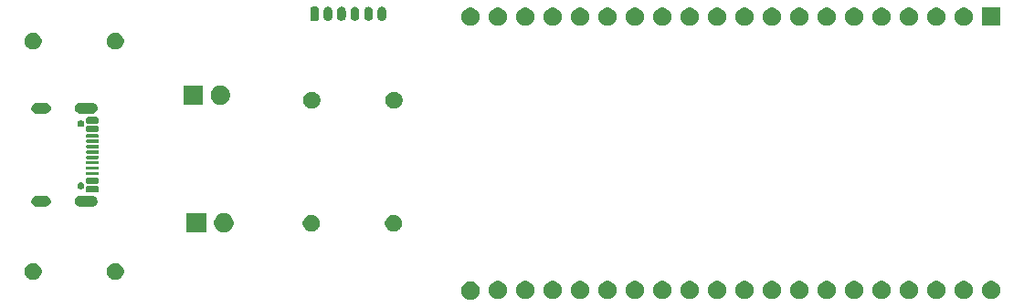
<source format=gbr>
%TF.GenerationSoftware,KiCad,Pcbnew,9.0.6-9.0.6~ubuntu24.04.1*%
%TF.CreationDate,2025-12-30T16:15:31+01:00*%
%TF.ProjectId,security-system,73656375-7269-4747-992d-73797374656d,0*%
%TF.SameCoordinates,Original*%
%TF.FileFunction,Soldermask,Top*%
%TF.FilePolarity,Negative*%
%FSLAX46Y46*%
G04 Gerber Fmt 4.6, Leading zero omitted, Abs format (unit mm)*
G04 Created by KiCad (PCBNEW 9.0.6-9.0.6~ubuntu24.04.1) date 2025-12-30 16:15:31*
%MOMM*%
%LPD*%
G01*
G04 APERTURE LIST*
G04 APERTURE END LIST*
G36*
X167916742Y-98436601D02*
G01*
X168070687Y-98500367D01*
X168209234Y-98592941D01*
X168327059Y-98710766D01*
X168419633Y-98849313D01*
X168483399Y-99003258D01*
X168515907Y-99166685D01*
X168515907Y-99333315D01*
X168483399Y-99496742D01*
X168419633Y-99650687D01*
X168327059Y-99789234D01*
X168209234Y-99907059D01*
X168070687Y-99999633D01*
X167916742Y-100063399D01*
X167753315Y-100095907D01*
X167586685Y-100095907D01*
X167423258Y-100063399D01*
X167269313Y-99999633D01*
X167130766Y-99907059D01*
X167012941Y-99789234D01*
X166920367Y-99650687D01*
X166856601Y-99496742D01*
X166824093Y-99333315D01*
X166824093Y-99166685D01*
X166856601Y-99003258D01*
X166920367Y-98849313D01*
X167012941Y-98710766D01*
X167130766Y-98592941D01*
X167269313Y-98500367D01*
X167423258Y-98436601D01*
X167586685Y-98404093D01*
X167753315Y-98404093D01*
X167916742Y-98436601D01*
G37*
G36*
X170456742Y-98386601D02*
G01*
X170610687Y-98450367D01*
X170749234Y-98542941D01*
X170867059Y-98660766D01*
X170959633Y-98799313D01*
X171023399Y-98953258D01*
X171055907Y-99116685D01*
X171055907Y-99283315D01*
X171023399Y-99446742D01*
X170959633Y-99600687D01*
X170867059Y-99739234D01*
X170749234Y-99857059D01*
X170610687Y-99949633D01*
X170456742Y-100013399D01*
X170293315Y-100045907D01*
X170126685Y-100045907D01*
X169963258Y-100013399D01*
X169809313Y-99949633D01*
X169670766Y-99857059D01*
X169552941Y-99739234D01*
X169460367Y-99600687D01*
X169396601Y-99446742D01*
X169364093Y-99283315D01*
X169364093Y-99116685D01*
X169396601Y-98953258D01*
X169460367Y-98799313D01*
X169552941Y-98660766D01*
X169670766Y-98542941D01*
X169809313Y-98450367D01*
X169963258Y-98386601D01*
X170126685Y-98354093D01*
X170293315Y-98354093D01*
X170456742Y-98386601D01*
G37*
G36*
X172996742Y-98386601D02*
G01*
X173150687Y-98450367D01*
X173289234Y-98542941D01*
X173407059Y-98660766D01*
X173499633Y-98799313D01*
X173563399Y-98953258D01*
X173595907Y-99116685D01*
X173595907Y-99283315D01*
X173563399Y-99446742D01*
X173499633Y-99600687D01*
X173407059Y-99739234D01*
X173289234Y-99857059D01*
X173150687Y-99949633D01*
X172996742Y-100013399D01*
X172833315Y-100045907D01*
X172666685Y-100045907D01*
X172503258Y-100013399D01*
X172349313Y-99949633D01*
X172210766Y-99857059D01*
X172092941Y-99739234D01*
X172000367Y-99600687D01*
X171936601Y-99446742D01*
X171904093Y-99283315D01*
X171904093Y-99116685D01*
X171936601Y-98953258D01*
X172000367Y-98799313D01*
X172092941Y-98660766D01*
X172210766Y-98542941D01*
X172349313Y-98450367D01*
X172503258Y-98386601D01*
X172666685Y-98354093D01*
X172833315Y-98354093D01*
X172996742Y-98386601D01*
G37*
G36*
X175536742Y-98386601D02*
G01*
X175690687Y-98450367D01*
X175829234Y-98542941D01*
X175947059Y-98660766D01*
X176039633Y-98799313D01*
X176103399Y-98953258D01*
X176135907Y-99116685D01*
X176135907Y-99283315D01*
X176103399Y-99446742D01*
X176039633Y-99600687D01*
X175947059Y-99739234D01*
X175829234Y-99857059D01*
X175690687Y-99949633D01*
X175536742Y-100013399D01*
X175373315Y-100045907D01*
X175206685Y-100045907D01*
X175043258Y-100013399D01*
X174889313Y-99949633D01*
X174750766Y-99857059D01*
X174632941Y-99739234D01*
X174540367Y-99600687D01*
X174476601Y-99446742D01*
X174444093Y-99283315D01*
X174444093Y-99116685D01*
X174476601Y-98953258D01*
X174540367Y-98799313D01*
X174632941Y-98660766D01*
X174750766Y-98542941D01*
X174889313Y-98450367D01*
X175043258Y-98386601D01*
X175206685Y-98354093D01*
X175373315Y-98354093D01*
X175536742Y-98386601D01*
G37*
G36*
X178076742Y-98386601D02*
G01*
X178230687Y-98450367D01*
X178369234Y-98542941D01*
X178487059Y-98660766D01*
X178579633Y-98799313D01*
X178643399Y-98953258D01*
X178675907Y-99116685D01*
X178675907Y-99283315D01*
X178643399Y-99446742D01*
X178579633Y-99600687D01*
X178487059Y-99739234D01*
X178369234Y-99857059D01*
X178230687Y-99949633D01*
X178076742Y-100013399D01*
X177913315Y-100045907D01*
X177746685Y-100045907D01*
X177583258Y-100013399D01*
X177429313Y-99949633D01*
X177290766Y-99857059D01*
X177172941Y-99739234D01*
X177080367Y-99600687D01*
X177016601Y-99446742D01*
X176984093Y-99283315D01*
X176984093Y-99116685D01*
X177016601Y-98953258D01*
X177080367Y-98799313D01*
X177172941Y-98660766D01*
X177290766Y-98542941D01*
X177429313Y-98450367D01*
X177583258Y-98386601D01*
X177746685Y-98354093D01*
X177913315Y-98354093D01*
X178076742Y-98386601D01*
G37*
G36*
X180616742Y-98386601D02*
G01*
X180770687Y-98450367D01*
X180909234Y-98542941D01*
X181027059Y-98660766D01*
X181119633Y-98799313D01*
X181183399Y-98953258D01*
X181215907Y-99116685D01*
X181215907Y-99283315D01*
X181183399Y-99446742D01*
X181119633Y-99600687D01*
X181027059Y-99739234D01*
X180909234Y-99857059D01*
X180770687Y-99949633D01*
X180616742Y-100013399D01*
X180453315Y-100045907D01*
X180286685Y-100045907D01*
X180123258Y-100013399D01*
X179969313Y-99949633D01*
X179830766Y-99857059D01*
X179712941Y-99739234D01*
X179620367Y-99600687D01*
X179556601Y-99446742D01*
X179524093Y-99283315D01*
X179524093Y-99116685D01*
X179556601Y-98953258D01*
X179620367Y-98799313D01*
X179712941Y-98660766D01*
X179830766Y-98542941D01*
X179969313Y-98450367D01*
X180123258Y-98386601D01*
X180286685Y-98354093D01*
X180453315Y-98354093D01*
X180616742Y-98386601D01*
G37*
G36*
X183156742Y-98386601D02*
G01*
X183310687Y-98450367D01*
X183449234Y-98542941D01*
X183567059Y-98660766D01*
X183659633Y-98799313D01*
X183723399Y-98953258D01*
X183755907Y-99116685D01*
X183755907Y-99283315D01*
X183723399Y-99446742D01*
X183659633Y-99600687D01*
X183567059Y-99739234D01*
X183449234Y-99857059D01*
X183310687Y-99949633D01*
X183156742Y-100013399D01*
X182993315Y-100045907D01*
X182826685Y-100045907D01*
X182663258Y-100013399D01*
X182509313Y-99949633D01*
X182370766Y-99857059D01*
X182252941Y-99739234D01*
X182160367Y-99600687D01*
X182096601Y-99446742D01*
X182064093Y-99283315D01*
X182064093Y-99116685D01*
X182096601Y-98953258D01*
X182160367Y-98799313D01*
X182252941Y-98660766D01*
X182370766Y-98542941D01*
X182509313Y-98450367D01*
X182663258Y-98386601D01*
X182826685Y-98354093D01*
X182993315Y-98354093D01*
X183156742Y-98386601D01*
G37*
G36*
X185696742Y-98386601D02*
G01*
X185850687Y-98450367D01*
X185989234Y-98542941D01*
X186107059Y-98660766D01*
X186199633Y-98799313D01*
X186263399Y-98953258D01*
X186295907Y-99116685D01*
X186295907Y-99283315D01*
X186263399Y-99446742D01*
X186199633Y-99600687D01*
X186107059Y-99739234D01*
X185989234Y-99857059D01*
X185850687Y-99949633D01*
X185696742Y-100013399D01*
X185533315Y-100045907D01*
X185366685Y-100045907D01*
X185203258Y-100013399D01*
X185049313Y-99949633D01*
X184910766Y-99857059D01*
X184792941Y-99739234D01*
X184700367Y-99600687D01*
X184636601Y-99446742D01*
X184604093Y-99283315D01*
X184604093Y-99116685D01*
X184636601Y-98953258D01*
X184700367Y-98799313D01*
X184792941Y-98660766D01*
X184910766Y-98542941D01*
X185049313Y-98450367D01*
X185203258Y-98386601D01*
X185366685Y-98354093D01*
X185533315Y-98354093D01*
X185696742Y-98386601D01*
G37*
G36*
X188236742Y-98386601D02*
G01*
X188390687Y-98450367D01*
X188529234Y-98542941D01*
X188647059Y-98660766D01*
X188739633Y-98799313D01*
X188803399Y-98953258D01*
X188835907Y-99116685D01*
X188835907Y-99283315D01*
X188803399Y-99446742D01*
X188739633Y-99600687D01*
X188647059Y-99739234D01*
X188529234Y-99857059D01*
X188390687Y-99949633D01*
X188236742Y-100013399D01*
X188073315Y-100045907D01*
X187906685Y-100045907D01*
X187743258Y-100013399D01*
X187589313Y-99949633D01*
X187450766Y-99857059D01*
X187332941Y-99739234D01*
X187240367Y-99600687D01*
X187176601Y-99446742D01*
X187144093Y-99283315D01*
X187144093Y-99116685D01*
X187176601Y-98953258D01*
X187240367Y-98799313D01*
X187332941Y-98660766D01*
X187450766Y-98542941D01*
X187589313Y-98450367D01*
X187743258Y-98386601D01*
X187906685Y-98354093D01*
X188073315Y-98354093D01*
X188236742Y-98386601D01*
G37*
G36*
X190776742Y-98386601D02*
G01*
X190930687Y-98450367D01*
X191069234Y-98542941D01*
X191187059Y-98660766D01*
X191279633Y-98799313D01*
X191343399Y-98953258D01*
X191375907Y-99116685D01*
X191375907Y-99283315D01*
X191343399Y-99446742D01*
X191279633Y-99600687D01*
X191187059Y-99739234D01*
X191069234Y-99857059D01*
X190930687Y-99949633D01*
X190776742Y-100013399D01*
X190613315Y-100045907D01*
X190446685Y-100045907D01*
X190283258Y-100013399D01*
X190129313Y-99949633D01*
X189990766Y-99857059D01*
X189872941Y-99739234D01*
X189780367Y-99600687D01*
X189716601Y-99446742D01*
X189684093Y-99283315D01*
X189684093Y-99116685D01*
X189716601Y-98953258D01*
X189780367Y-98799313D01*
X189872941Y-98660766D01*
X189990766Y-98542941D01*
X190129313Y-98450367D01*
X190283258Y-98386601D01*
X190446685Y-98354093D01*
X190613315Y-98354093D01*
X190776742Y-98386601D01*
G37*
G36*
X193316742Y-98386601D02*
G01*
X193470687Y-98450367D01*
X193609234Y-98542941D01*
X193727059Y-98660766D01*
X193819633Y-98799313D01*
X193883399Y-98953258D01*
X193915907Y-99116685D01*
X193915907Y-99283315D01*
X193883399Y-99446742D01*
X193819633Y-99600687D01*
X193727059Y-99739234D01*
X193609234Y-99857059D01*
X193470687Y-99949633D01*
X193316742Y-100013399D01*
X193153315Y-100045907D01*
X192986685Y-100045907D01*
X192823258Y-100013399D01*
X192669313Y-99949633D01*
X192530766Y-99857059D01*
X192412941Y-99739234D01*
X192320367Y-99600687D01*
X192256601Y-99446742D01*
X192224093Y-99283315D01*
X192224093Y-99116685D01*
X192256601Y-98953258D01*
X192320367Y-98799313D01*
X192412941Y-98660766D01*
X192530766Y-98542941D01*
X192669313Y-98450367D01*
X192823258Y-98386601D01*
X192986685Y-98354093D01*
X193153315Y-98354093D01*
X193316742Y-98386601D01*
G37*
G36*
X195856742Y-98386601D02*
G01*
X196010687Y-98450367D01*
X196149234Y-98542941D01*
X196267059Y-98660766D01*
X196359633Y-98799313D01*
X196423399Y-98953258D01*
X196455907Y-99116685D01*
X196455907Y-99283315D01*
X196423399Y-99446742D01*
X196359633Y-99600687D01*
X196267059Y-99739234D01*
X196149234Y-99857059D01*
X196010687Y-99949633D01*
X195856742Y-100013399D01*
X195693315Y-100045907D01*
X195526685Y-100045907D01*
X195363258Y-100013399D01*
X195209313Y-99949633D01*
X195070766Y-99857059D01*
X194952941Y-99739234D01*
X194860367Y-99600687D01*
X194796601Y-99446742D01*
X194764093Y-99283315D01*
X194764093Y-99116685D01*
X194796601Y-98953258D01*
X194860367Y-98799313D01*
X194952941Y-98660766D01*
X195070766Y-98542941D01*
X195209313Y-98450367D01*
X195363258Y-98386601D01*
X195526685Y-98354093D01*
X195693315Y-98354093D01*
X195856742Y-98386601D01*
G37*
G36*
X198396742Y-98386601D02*
G01*
X198550687Y-98450367D01*
X198689234Y-98542941D01*
X198807059Y-98660766D01*
X198899633Y-98799313D01*
X198963399Y-98953258D01*
X198995907Y-99116685D01*
X198995907Y-99283315D01*
X198963399Y-99446742D01*
X198899633Y-99600687D01*
X198807059Y-99739234D01*
X198689234Y-99857059D01*
X198550687Y-99949633D01*
X198396742Y-100013399D01*
X198233315Y-100045907D01*
X198066685Y-100045907D01*
X197903258Y-100013399D01*
X197749313Y-99949633D01*
X197610766Y-99857059D01*
X197492941Y-99739234D01*
X197400367Y-99600687D01*
X197336601Y-99446742D01*
X197304093Y-99283315D01*
X197304093Y-99116685D01*
X197336601Y-98953258D01*
X197400367Y-98799313D01*
X197492941Y-98660766D01*
X197610766Y-98542941D01*
X197749313Y-98450367D01*
X197903258Y-98386601D01*
X198066685Y-98354093D01*
X198233315Y-98354093D01*
X198396742Y-98386601D01*
G37*
G36*
X200936742Y-98386601D02*
G01*
X201090687Y-98450367D01*
X201229234Y-98542941D01*
X201347059Y-98660766D01*
X201439633Y-98799313D01*
X201503399Y-98953258D01*
X201535907Y-99116685D01*
X201535907Y-99283315D01*
X201503399Y-99446742D01*
X201439633Y-99600687D01*
X201347059Y-99739234D01*
X201229234Y-99857059D01*
X201090687Y-99949633D01*
X200936742Y-100013399D01*
X200773315Y-100045907D01*
X200606685Y-100045907D01*
X200443258Y-100013399D01*
X200289313Y-99949633D01*
X200150766Y-99857059D01*
X200032941Y-99739234D01*
X199940367Y-99600687D01*
X199876601Y-99446742D01*
X199844093Y-99283315D01*
X199844093Y-99116685D01*
X199876601Y-98953258D01*
X199940367Y-98799313D01*
X200032941Y-98660766D01*
X200150766Y-98542941D01*
X200289313Y-98450367D01*
X200443258Y-98386601D01*
X200606685Y-98354093D01*
X200773315Y-98354093D01*
X200936742Y-98386601D01*
G37*
G36*
X203476742Y-98386601D02*
G01*
X203630687Y-98450367D01*
X203769234Y-98542941D01*
X203887059Y-98660766D01*
X203979633Y-98799313D01*
X204043399Y-98953258D01*
X204075907Y-99116685D01*
X204075907Y-99283315D01*
X204043399Y-99446742D01*
X203979633Y-99600687D01*
X203887059Y-99739234D01*
X203769234Y-99857059D01*
X203630687Y-99949633D01*
X203476742Y-100013399D01*
X203313315Y-100045907D01*
X203146685Y-100045907D01*
X202983258Y-100013399D01*
X202829313Y-99949633D01*
X202690766Y-99857059D01*
X202572941Y-99739234D01*
X202480367Y-99600687D01*
X202416601Y-99446742D01*
X202384093Y-99283315D01*
X202384093Y-99116685D01*
X202416601Y-98953258D01*
X202480367Y-98799313D01*
X202572941Y-98660766D01*
X202690766Y-98542941D01*
X202829313Y-98450367D01*
X202983258Y-98386601D01*
X203146685Y-98354093D01*
X203313315Y-98354093D01*
X203476742Y-98386601D01*
G37*
G36*
X206016742Y-98386601D02*
G01*
X206170687Y-98450367D01*
X206309234Y-98542941D01*
X206427059Y-98660766D01*
X206519633Y-98799313D01*
X206583399Y-98953258D01*
X206615907Y-99116685D01*
X206615907Y-99283315D01*
X206583399Y-99446742D01*
X206519633Y-99600687D01*
X206427059Y-99739234D01*
X206309234Y-99857059D01*
X206170687Y-99949633D01*
X206016742Y-100013399D01*
X205853315Y-100045907D01*
X205686685Y-100045907D01*
X205523258Y-100013399D01*
X205369313Y-99949633D01*
X205230766Y-99857059D01*
X205112941Y-99739234D01*
X205020367Y-99600687D01*
X204956601Y-99446742D01*
X204924093Y-99283315D01*
X204924093Y-99116685D01*
X204956601Y-98953258D01*
X205020367Y-98799313D01*
X205112941Y-98660766D01*
X205230766Y-98542941D01*
X205369313Y-98450367D01*
X205523258Y-98386601D01*
X205686685Y-98354093D01*
X205853315Y-98354093D01*
X206016742Y-98386601D01*
G37*
G36*
X208556742Y-98386601D02*
G01*
X208710687Y-98450367D01*
X208849234Y-98542941D01*
X208967059Y-98660766D01*
X209059633Y-98799313D01*
X209123399Y-98953258D01*
X209155907Y-99116685D01*
X209155907Y-99283315D01*
X209123399Y-99446742D01*
X209059633Y-99600687D01*
X208967059Y-99739234D01*
X208849234Y-99857059D01*
X208710687Y-99949633D01*
X208556742Y-100013399D01*
X208393315Y-100045907D01*
X208226685Y-100045907D01*
X208063258Y-100013399D01*
X207909313Y-99949633D01*
X207770766Y-99857059D01*
X207652941Y-99739234D01*
X207560367Y-99600687D01*
X207496601Y-99446742D01*
X207464093Y-99283315D01*
X207464093Y-99116685D01*
X207496601Y-98953258D01*
X207560367Y-98799313D01*
X207652941Y-98660766D01*
X207770766Y-98542941D01*
X207909313Y-98450367D01*
X208063258Y-98386601D01*
X208226685Y-98354093D01*
X208393315Y-98354093D01*
X208556742Y-98386601D01*
G37*
G36*
X211096742Y-98386601D02*
G01*
X211250687Y-98450367D01*
X211389234Y-98542941D01*
X211507059Y-98660766D01*
X211599633Y-98799313D01*
X211663399Y-98953258D01*
X211695907Y-99116685D01*
X211695907Y-99283315D01*
X211663399Y-99446742D01*
X211599633Y-99600687D01*
X211507059Y-99739234D01*
X211389234Y-99857059D01*
X211250687Y-99949633D01*
X211096742Y-100013399D01*
X210933315Y-100045907D01*
X210766685Y-100045907D01*
X210603258Y-100013399D01*
X210449313Y-99949633D01*
X210310766Y-99857059D01*
X210192941Y-99739234D01*
X210100367Y-99600687D01*
X210036601Y-99446742D01*
X210004093Y-99283315D01*
X210004093Y-99116685D01*
X210036601Y-98953258D01*
X210100367Y-98799313D01*
X210192941Y-98660766D01*
X210310766Y-98542941D01*
X210449313Y-98450367D01*
X210603258Y-98386601D01*
X210766685Y-98354093D01*
X210933315Y-98354093D01*
X211096742Y-98386601D01*
G37*
G36*
X213636742Y-98386601D02*
G01*
X213790687Y-98450367D01*
X213929234Y-98542941D01*
X214047059Y-98660766D01*
X214139633Y-98799313D01*
X214203399Y-98953258D01*
X214235907Y-99116685D01*
X214235907Y-99283315D01*
X214203399Y-99446742D01*
X214139633Y-99600687D01*
X214047059Y-99739234D01*
X213929234Y-99857059D01*
X213790687Y-99949633D01*
X213636742Y-100013399D01*
X213473315Y-100045907D01*
X213306685Y-100045907D01*
X213143258Y-100013399D01*
X212989313Y-99949633D01*
X212850766Y-99857059D01*
X212732941Y-99739234D01*
X212640367Y-99600687D01*
X212576601Y-99446742D01*
X212544093Y-99283315D01*
X212544093Y-99116685D01*
X212576601Y-98953258D01*
X212640367Y-98799313D01*
X212732941Y-98660766D01*
X212850766Y-98542941D01*
X212989313Y-98450367D01*
X213143258Y-98386601D01*
X213306685Y-98354093D01*
X213473315Y-98354093D01*
X213636742Y-98386601D01*
G37*
G36*
X216176742Y-98386601D02*
G01*
X216330687Y-98450367D01*
X216469234Y-98542941D01*
X216587059Y-98660766D01*
X216679633Y-98799313D01*
X216743399Y-98953258D01*
X216775907Y-99116685D01*
X216775907Y-99283315D01*
X216743399Y-99446742D01*
X216679633Y-99600687D01*
X216587059Y-99739234D01*
X216469234Y-99857059D01*
X216330687Y-99949633D01*
X216176742Y-100013399D01*
X216013315Y-100045907D01*
X215846685Y-100045907D01*
X215683258Y-100013399D01*
X215529313Y-99949633D01*
X215390766Y-99857059D01*
X215272941Y-99739234D01*
X215180367Y-99600687D01*
X215116601Y-99446742D01*
X215084093Y-99283315D01*
X215084093Y-99116685D01*
X215116601Y-98953258D01*
X215180367Y-98799313D01*
X215272941Y-98660766D01*
X215390766Y-98542941D01*
X215529313Y-98450367D01*
X215683258Y-98386601D01*
X215846685Y-98354093D01*
X216013315Y-98354093D01*
X216176742Y-98386601D01*
G37*
G36*
X127362228Y-96704448D02*
G01*
X127507117Y-96764463D01*
X127637515Y-96851592D01*
X127748408Y-96962485D01*
X127835537Y-97092883D01*
X127895552Y-97237772D01*
X127926148Y-97391586D01*
X127926148Y-97548414D01*
X127895552Y-97702228D01*
X127835537Y-97847117D01*
X127748408Y-97977515D01*
X127637515Y-98088408D01*
X127507117Y-98175537D01*
X127362228Y-98235552D01*
X127208414Y-98266148D01*
X127051586Y-98266148D01*
X126897772Y-98235552D01*
X126752883Y-98175537D01*
X126622485Y-98088408D01*
X126511592Y-97977515D01*
X126424463Y-97847117D01*
X126364448Y-97702228D01*
X126333852Y-97548414D01*
X126333852Y-97391586D01*
X126364448Y-97237772D01*
X126424463Y-97092883D01*
X126511592Y-96962485D01*
X126622485Y-96851592D01*
X126752883Y-96764463D01*
X126897772Y-96704448D01*
X127051586Y-96673852D01*
X127208414Y-96673852D01*
X127362228Y-96704448D01*
G37*
G36*
X134982228Y-96704448D02*
G01*
X135127117Y-96764463D01*
X135257515Y-96851592D01*
X135368408Y-96962485D01*
X135455537Y-97092883D01*
X135515552Y-97237772D01*
X135546148Y-97391586D01*
X135546148Y-97548414D01*
X135515552Y-97702228D01*
X135455537Y-97847117D01*
X135368408Y-97977515D01*
X135257515Y-98088408D01*
X135127117Y-98175537D01*
X134982228Y-98235552D01*
X134828414Y-98266148D01*
X134671586Y-98266148D01*
X134517772Y-98235552D01*
X134372883Y-98175537D01*
X134242485Y-98088408D01*
X134131592Y-97977515D01*
X134044463Y-97847117D01*
X133984448Y-97702228D01*
X133953852Y-97548414D01*
X133953852Y-97391586D01*
X133984448Y-97237772D01*
X134044463Y-97092883D01*
X134131592Y-96962485D01*
X134242485Y-96851592D01*
X134372883Y-96764463D01*
X134517772Y-96704448D01*
X134671586Y-96673852D01*
X134828414Y-96673852D01*
X134982228Y-96704448D01*
G37*
G36*
X143175000Y-93850000D02*
G01*
X141375000Y-93850000D01*
X141375000Y-92050000D01*
X143175000Y-92050000D01*
X143175000Y-93850000D01*
G37*
G36*
X145076256Y-92088754D02*
G01*
X145239257Y-92156271D01*
X145385954Y-92254291D01*
X145510709Y-92379046D01*
X145608729Y-92525743D01*
X145676246Y-92688744D01*
X145710666Y-92861785D01*
X145710666Y-93038215D01*
X145676246Y-93211256D01*
X145608729Y-93374257D01*
X145510709Y-93520954D01*
X145385954Y-93645709D01*
X145239257Y-93743729D01*
X145076256Y-93811246D01*
X144903215Y-93845666D01*
X144726785Y-93845666D01*
X144553744Y-93811246D01*
X144390743Y-93743729D01*
X144244046Y-93645709D01*
X144119291Y-93520954D01*
X144021271Y-93374257D01*
X143953754Y-93211256D01*
X143919334Y-93038215D01*
X143919334Y-92861785D01*
X143953754Y-92688744D01*
X144021271Y-92525743D01*
X144119291Y-92379046D01*
X144244046Y-92254291D01*
X144390743Y-92156271D01*
X144553744Y-92088754D01*
X144726785Y-92054334D01*
X144903215Y-92054334D01*
X145076256Y-92088754D01*
G37*
G36*
X153162228Y-92224448D02*
G01*
X153307117Y-92284463D01*
X153437515Y-92371592D01*
X153548408Y-92482485D01*
X153635537Y-92612883D01*
X153695552Y-92757772D01*
X153726148Y-92911586D01*
X153726148Y-93068414D01*
X153695552Y-93222228D01*
X153635537Y-93367117D01*
X153548408Y-93497515D01*
X153437515Y-93608408D01*
X153307117Y-93695537D01*
X153162228Y-93755552D01*
X153008414Y-93786148D01*
X152851586Y-93786148D01*
X152697772Y-93755552D01*
X152552883Y-93695537D01*
X152422485Y-93608408D01*
X152311592Y-93497515D01*
X152224463Y-93367117D01*
X152164448Y-93222228D01*
X152133852Y-93068414D01*
X152133852Y-92911586D01*
X152164448Y-92757772D01*
X152224463Y-92612883D01*
X152311592Y-92482485D01*
X152422485Y-92371592D01*
X152552883Y-92284463D01*
X152697772Y-92224448D01*
X152851586Y-92193852D01*
X153008414Y-92193852D01*
X153162228Y-92224448D01*
G37*
G36*
X160782228Y-92224448D02*
G01*
X160927117Y-92284463D01*
X161057515Y-92371592D01*
X161168408Y-92482485D01*
X161255537Y-92612883D01*
X161315552Y-92757772D01*
X161346148Y-92911586D01*
X161346148Y-93068414D01*
X161315552Y-93222228D01*
X161255537Y-93367117D01*
X161168408Y-93497515D01*
X161057515Y-93608408D01*
X160927117Y-93695537D01*
X160782228Y-93755552D01*
X160628414Y-93786148D01*
X160471586Y-93786148D01*
X160317772Y-93755552D01*
X160172883Y-93695537D01*
X160042485Y-93608408D01*
X159931592Y-93497515D01*
X159844463Y-93367117D01*
X159784448Y-93222228D01*
X159753852Y-93068414D01*
X159753852Y-92911586D01*
X159784448Y-92757772D01*
X159844463Y-92612883D01*
X159931592Y-92482485D01*
X160042485Y-92371592D01*
X160172883Y-92284463D01*
X160317772Y-92224448D01*
X160471586Y-92193852D01*
X160628414Y-92193852D01*
X160782228Y-92224448D01*
G37*
G36*
X128390195Y-90451889D02*
G01*
X128472993Y-90474074D01*
X128587005Y-90539899D01*
X128680100Y-90632994D01*
X128745925Y-90747006D01*
X128745925Y-90747007D01*
X128780000Y-90874174D01*
X128780000Y-91005826D01*
X128745925Y-91132993D01*
X128680099Y-91247007D01*
X128587007Y-91340099D01*
X128472993Y-91405925D01*
X128345826Y-91440000D01*
X128345824Y-91440000D01*
X127414176Y-91440000D01*
X127414174Y-91440000D01*
X127329396Y-91417283D01*
X127287006Y-91405925D01*
X127172994Y-91340100D01*
X127079899Y-91247005D01*
X127014074Y-91132993D01*
X126991889Y-91050195D01*
X126980000Y-91005826D01*
X126980000Y-90874174D01*
X126985944Y-90851989D01*
X127014074Y-90747006D01*
X127079899Y-90632994D01*
X127172994Y-90539899D01*
X127287006Y-90474074D01*
X127376395Y-90450123D01*
X127414174Y-90440000D01*
X128345826Y-90440000D01*
X128390195Y-90451889D01*
G37*
G36*
X132720195Y-90451889D02*
G01*
X132802993Y-90474074D01*
X132917005Y-90539899D01*
X133010100Y-90632994D01*
X133075925Y-90747006D01*
X133075925Y-90747007D01*
X133110000Y-90874174D01*
X133110000Y-91005826D01*
X133075925Y-91132993D01*
X133010099Y-91247007D01*
X132917007Y-91340099D01*
X132802993Y-91405925D01*
X132675826Y-91440000D01*
X132675824Y-91440000D01*
X131444176Y-91440000D01*
X131444174Y-91440000D01*
X131359396Y-91417283D01*
X131317006Y-91405925D01*
X131202994Y-91340100D01*
X131109899Y-91247005D01*
X131044074Y-91132993D01*
X131021889Y-91050195D01*
X131010000Y-91005826D01*
X131010000Y-90874174D01*
X131015944Y-90851989D01*
X131044074Y-90747006D01*
X131109899Y-90632994D01*
X131202994Y-90539899D01*
X131317006Y-90474074D01*
X131406395Y-90450123D01*
X131444174Y-90440000D01*
X132675826Y-90440000D01*
X132720195Y-90451889D01*
G37*
G36*
X133118528Y-89528702D02*
G01*
X133168144Y-89561855D01*
X133201297Y-89611471D01*
X133210000Y-89655225D01*
X133210000Y-89984774D01*
X133201297Y-90028528D01*
X133168144Y-90078144D01*
X133118528Y-90111297D01*
X133074775Y-90120000D01*
X132195225Y-90120000D01*
X132151471Y-90111297D01*
X132101855Y-90078144D01*
X132068702Y-90028528D01*
X132060000Y-89984774D01*
X132060000Y-89655225D01*
X132068702Y-89611471D01*
X132101855Y-89561855D01*
X132151471Y-89528702D01*
X132195225Y-89520000D01*
X133074775Y-89520000D01*
X133118528Y-89528702D01*
G37*
G36*
X131627342Y-89191580D02*
G01*
X131685446Y-89207148D01*
X131759553Y-89249934D01*
X131820065Y-89310446D01*
X131862851Y-89384553D01*
X131877617Y-89439660D01*
X131885000Y-89467213D01*
X131885000Y-89552787D01*
X131870234Y-89607892D01*
X131862851Y-89635446D01*
X131820065Y-89709553D01*
X131759553Y-89770065D01*
X131685446Y-89812851D01*
X131657892Y-89820234D01*
X131602787Y-89835000D01*
X131602785Y-89835000D01*
X131517215Y-89835000D01*
X131517213Y-89835000D01*
X131475884Y-89823925D01*
X131434553Y-89812851D01*
X131360446Y-89770065D01*
X131299934Y-89709553D01*
X131257148Y-89635446D01*
X131237430Y-89561855D01*
X131235000Y-89552787D01*
X131235000Y-89467213D01*
X131238290Y-89454935D01*
X131257148Y-89384553D01*
X131299934Y-89310446D01*
X131360446Y-89249934D01*
X131434553Y-89207148D01*
X131495832Y-89190728D01*
X131517213Y-89185000D01*
X131602787Y-89185000D01*
X131627342Y-89191580D01*
G37*
G36*
X133118528Y-88728702D02*
G01*
X133168144Y-88761855D01*
X133201297Y-88811471D01*
X133210000Y-88855225D01*
X133210000Y-89184774D01*
X133201297Y-89228528D01*
X133168144Y-89278144D01*
X133118528Y-89311297D01*
X133074775Y-89320000D01*
X132195225Y-89320000D01*
X132151471Y-89311297D01*
X132101855Y-89278144D01*
X132068702Y-89228528D01*
X132060000Y-89184774D01*
X132060000Y-88855225D01*
X132068702Y-88811471D01*
X132101855Y-88761855D01*
X132151471Y-88728702D01*
X132195225Y-88720000D01*
X133074775Y-88720000D01*
X133118528Y-88728702D01*
G37*
G36*
X133164263Y-88224351D02*
G01*
X133179134Y-88234288D01*
X133189072Y-88240928D01*
X133199008Y-88255799D01*
X133205648Y-88265736D01*
X133210000Y-88287612D01*
X133210000Y-88452384D01*
X133210000Y-88452385D01*
X133205648Y-88474263D01*
X133189072Y-88499072D01*
X133164263Y-88515648D01*
X133142387Y-88520000D01*
X132127615Y-88520000D01*
X132127613Y-88520000D01*
X132105736Y-88515648D01*
X132095799Y-88509008D01*
X132080928Y-88499072D01*
X132074288Y-88489134D01*
X132064351Y-88474263D01*
X132060000Y-88452387D01*
X132060000Y-88287612D01*
X132064351Y-88265736D01*
X132080928Y-88240928D01*
X132105736Y-88224351D01*
X132127613Y-88220000D01*
X133142387Y-88220000D01*
X133164263Y-88224351D01*
G37*
G36*
X133164263Y-87724351D02*
G01*
X133179134Y-87734288D01*
X133189072Y-87740928D01*
X133199008Y-87755799D01*
X133205648Y-87765736D01*
X133210000Y-87787612D01*
X133210000Y-87952384D01*
X133210000Y-87952385D01*
X133205648Y-87974263D01*
X133189072Y-87999072D01*
X133164263Y-88015648D01*
X133142387Y-88020000D01*
X132127615Y-88020000D01*
X132127613Y-88020000D01*
X132105736Y-88015648D01*
X132095799Y-88009008D01*
X132080928Y-87999072D01*
X132074288Y-87989134D01*
X132064351Y-87974263D01*
X132060000Y-87952387D01*
X132060000Y-87787612D01*
X132064351Y-87765736D01*
X132080928Y-87740928D01*
X132105736Y-87724351D01*
X132127613Y-87720000D01*
X133142387Y-87720000D01*
X133164263Y-87724351D01*
G37*
G36*
X133164263Y-87224351D02*
G01*
X133179134Y-87234288D01*
X133189072Y-87240928D01*
X133199008Y-87255799D01*
X133205648Y-87265736D01*
X133210000Y-87287612D01*
X133210000Y-87452384D01*
X133210000Y-87452385D01*
X133205648Y-87474263D01*
X133189072Y-87499072D01*
X133164263Y-87515648D01*
X133142387Y-87520000D01*
X132127615Y-87520000D01*
X132127613Y-87520000D01*
X132105736Y-87515648D01*
X132095799Y-87509008D01*
X132080928Y-87499072D01*
X132074288Y-87489134D01*
X132064351Y-87474263D01*
X132060000Y-87452387D01*
X132060000Y-87287612D01*
X132064351Y-87265736D01*
X132080928Y-87240928D01*
X132105736Y-87224351D01*
X132127613Y-87220000D01*
X133142387Y-87220000D01*
X133164263Y-87224351D01*
G37*
G36*
X133164263Y-86724351D02*
G01*
X133179134Y-86734288D01*
X133189072Y-86740928D01*
X133199008Y-86755799D01*
X133205648Y-86765736D01*
X133210000Y-86787612D01*
X133210000Y-86952384D01*
X133210000Y-86952385D01*
X133205648Y-86974263D01*
X133189072Y-86999072D01*
X133164263Y-87015648D01*
X133142387Y-87020000D01*
X132127615Y-87020000D01*
X132127613Y-87020000D01*
X132105736Y-87015648D01*
X132095799Y-87009008D01*
X132080928Y-86999072D01*
X132074288Y-86989134D01*
X132064351Y-86974263D01*
X132060000Y-86952387D01*
X132060000Y-86787612D01*
X132064351Y-86765736D01*
X132080928Y-86740928D01*
X132105736Y-86724351D01*
X132127613Y-86720000D01*
X133142387Y-86720000D01*
X133164263Y-86724351D01*
G37*
G36*
X133164263Y-86224351D02*
G01*
X133179134Y-86234288D01*
X133189072Y-86240928D01*
X133199008Y-86255799D01*
X133205648Y-86265736D01*
X133210000Y-86287612D01*
X133210000Y-86452384D01*
X133210000Y-86452385D01*
X133205648Y-86474263D01*
X133189072Y-86499072D01*
X133164263Y-86515648D01*
X133142387Y-86520000D01*
X132127615Y-86520000D01*
X132127613Y-86520000D01*
X132105736Y-86515648D01*
X132095799Y-86509008D01*
X132080928Y-86499072D01*
X132074288Y-86489134D01*
X132064351Y-86474263D01*
X132060000Y-86452387D01*
X132060000Y-86287612D01*
X132064351Y-86265736D01*
X132080928Y-86240928D01*
X132105736Y-86224351D01*
X132127613Y-86220000D01*
X133142387Y-86220000D01*
X133164263Y-86224351D01*
G37*
G36*
X133164263Y-85724351D02*
G01*
X133179134Y-85734288D01*
X133189072Y-85740928D01*
X133199008Y-85755799D01*
X133205648Y-85765736D01*
X133210000Y-85787612D01*
X133210000Y-85952384D01*
X133210000Y-85952385D01*
X133205648Y-85974263D01*
X133189072Y-85999072D01*
X133164263Y-86015648D01*
X133142387Y-86020000D01*
X132127615Y-86020000D01*
X132127613Y-86020000D01*
X132105736Y-86015648D01*
X132095799Y-86009008D01*
X132080928Y-85999072D01*
X132074288Y-85989134D01*
X132064351Y-85974263D01*
X132060000Y-85952387D01*
X132060000Y-85787612D01*
X132064351Y-85765736D01*
X132080928Y-85740928D01*
X132105736Y-85724351D01*
X132127613Y-85720000D01*
X133142387Y-85720000D01*
X133164263Y-85724351D01*
G37*
G36*
X133164263Y-85224351D02*
G01*
X133179134Y-85234288D01*
X133189072Y-85240928D01*
X133199008Y-85255799D01*
X133205648Y-85265736D01*
X133210000Y-85287612D01*
X133210000Y-85452384D01*
X133210000Y-85452385D01*
X133205648Y-85474263D01*
X133189072Y-85499072D01*
X133164263Y-85515648D01*
X133142387Y-85520000D01*
X132127615Y-85520000D01*
X132127613Y-85520000D01*
X132105736Y-85515648D01*
X132095799Y-85509008D01*
X132080928Y-85499072D01*
X132074288Y-85489134D01*
X132064351Y-85474263D01*
X132060000Y-85452387D01*
X132060000Y-85287612D01*
X132064351Y-85265736D01*
X132080928Y-85240928D01*
X132105736Y-85224351D01*
X132127613Y-85220000D01*
X133142387Y-85220000D01*
X133164263Y-85224351D01*
G37*
G36*
X133164263Y-84724351D02*
G01*
X133179134Y-84734288D01*
X133189072Y-84740928D01*
X133199008Y-84755799D01*
X133205648Y-84765736D01*
X133210000Y-84787612D01*
X133210000Y-84952384D01*
X133210000Y-84952385D01*
X133205648Y-84974263D01*
X133189072Y-84999072D01*
X133164263Y-85015648D01*
X133142387Y-85020000D01*
X132127615Y-85020000D01*
X132127613Y-85020000D01*
X132105736Y-85015648D01*
X132095799Y-85009008D01*
X132080928Y-84999072D01*
X132074288Y-84989134D01*
X132064351Y-84974263D01*
X132060000Y-84952387D01*
X132060000Y-84787612D01*
X132064351Y-84765736D01*
X132080928Y-84740928D01*
X132105736Y-84724351D01*
X132127613Y-84720000D01*
X133142387Y-84720000D01*
X133164263Y-84724351D01*
G37*
G36*
X133118528Y-83928702D02*
G01*
X133168144Y-83961855D01*
X133201297Y-84011471D01*
X133210000Y-84055225D01*
X133210000Y-84384774D01*
X133201297Y-84428528D01*
X133168144Y-84478144D01*
X133118528Y-84511297D01*
X133074775Y-84520000D01*
X132195225Y-84520000D01*
X132151471Y-84511297D01*
X132101855Y-84478144D01*
X132068702Y-84428528D01*
X132060000Y-84384774D01*
X132060000Y-84055225D01*
X132068702Y-84011471D01*
X132101855Y-83961855D01*
X132151471Y-83928702D01*
X132195225Y-83920000D01*
X133074775Y-83920000D01*
X133118528Y-83928702D01*
G37*
G36*
X131627342Y-83411580D02*
G01*
X131685446Y-83427148D01*
X131759553Y-83469934D01*
X131820065Y-83530446D01*
X131862851Y-83604553D01*
X131869275Y-83628527D01*
X131885000Y-83687213D01*
X131885000Y-83772787D01*
X131870234Y-83827892D01*
X131862851Y-83855446D01*
X131820065Y-83929553D01*
X131759553Y-83990065D01*
X131685446Y-84032851D01*
X131657892Y-84040234D01*
X131602787Y-84055000D01*
X131602785Y-84055000D01*
X131517215Y-84055000D01*
X131517213Y-84055000D01*
X131475884Y-84043925D01*
X131434553Y-84032851D01*
X131360446Y-83990065D01*
X131299934Y-83929553D01*
X131257148Y-83855446D01*
X131241580Y-83797342D01*
X131235000Y-83772787D01*
X131235000Y-83687213D01*
X131238290Y-83674935D01*
X131257148Y-83604553D01*
X131299934Y-83530446D01*
X131360446Y-83469934D01*
X131434553Y-83427148D01*
X131495832Y-83410728D01*
X131517213Y-83405000D01*
X131602787Y-83405000D01*
X131627342Y-83411580D01*
G37*
G36*
X133118528Y-83128702D02*
G01*
X133168144Y-83161855D01*
X133201297Y-83211471D01*
X133210000Y-83255225D01*
X133210000Y-83584774D01*
X133201297Y-83628528D01*
X133168144Y-83678144D01*
X133118528Y-83711297D01*
X133074775Y-83720000D01*
X132195225Y-83720000D01*
X132151471Y-83711297D01*
X132101855Y-83678144D01*
X132068702Y-83628528D01*
X132060000Y-83584774D01*
X132060000Y-83255225D01*
X132068702Y-83211471D01*
X132101855Y-83161855D01*
X132151471Y-83128702D01*
X132195225Y-83120000D01*
X133074775Y-83120000D01*
X133118528Y-83128702D01*
G37*
G36*
X128390195Y-81811889D02*
G01*
X128472993Y-81834074D01*
X128587005Y-81899899D01*
X128680100Y-81992994D01*
X128745925Y-82107006D01*
X128745925Y-82107007D01*
X128780000Y-82234174D01*
X128780000Y-82365826D01*
X128745925Y-82492993D01*
X128680099Y-82607007D01*
X128587007Y-82700099D01*
X128472993Y-82765925D01*
X128345826Y-82800000D01*
X128345824Y-82800000D01*
X127414176Y-82800000D01*
X127414174Y-82800000D01*
X127329396Y-82777283D01*
X127287006Y-82765925D01*
X127172994Y-82700100D01*
X127079899Y-82607005D01*
X127014074Y-82492993D01*
X126991889Y-82410195D01*
X126980000Y-82365826D01*
X126980000Y-82234174D01*
X126997682Y-82168185D01*
X127014074Y-82107006D01*
X127079899Y-81992994D01*
X127172994Y-81899899D01*
X127287006Y-81834074D01*
X127376395Y-81810123D01*
X127414174Y-81800000D01*
X128345826Y-81800000D01*
X128390195Y-81811889D01*
G37*
G36*
X132720195Y-81811889D02*
G01*
X132802993Y-81834074D01*
X132917005Y-81899899D01*
X133010100Y-81992994D01*
X133075925Y-82107006D01*
X133075925Y-82107007D01*
X133110000Y-82234174D01*
X133110000Y-82365826D01*
X133075925Y-82492993D01*
X133010099Y-82607007D01*
X132917007Y-82700099D01*
X132802993Y-82765925D01*
X132675826Y-82800000D01*
X132675824Y-82800000D01*
X131444176Y-82800000D01*
X131444174Y-82800000D01*
X131359396Y-82777283D01*
X131317006Y-82765925D01*
X131202994Y-82700100D01*
X131109899Y-82607005D01*
X131044074Y-82492993D01*
X131021889Y-82410195D01*
X131010000Y-82365826D01*
X131010000Y-82234174D01*
X131027682Y-82168185D01*
X131044074Y-82107006D01*
X131109899Y-81992994D01*
X131202994Y-81899899D01*
X131317006Y-81834074D01*
X131406395Y-81810123D01*
X131444174Y-81800000D01*
X132675826Y-81800000D01*
X132720195Y-81811889D01*
G37*
G36*
X153192228Y-80784448D02*
G01*
X153337117Y-80844463D01*
X153467515Y-80931592D01*
X153578408Y-81042485D01*
X153665537Y-81172883D01*
X153725552Y-81317772D01*
X153756148Y-81471586D01*
X153756148Y-81628414D01*
X153725552Y-81782228D01*
X153665537Y-81927117D01*
X153578408Y-82057515D01*
X153467515Y-82168408D01*
X153337117Y-82255537D01*
X153192228Y-82315552D01*
X153038414Y-82346148D01*
X152881586Y-82346148D01*
X152727772Y-82315552D01*
X152582883Y-82255537D01*
X152452485Y-82168408D01*
X152341592Y-82057515D01*
X152254463Y-81927117D01*
X152194448Y-81782228D01*
X152163852Y-81628414D01*
X152163852Y-81471586D01*
X152194448Y-81317772D01*
X152254463Y-81172883D01*
X152341592Y-81042485D01*
X152452485Y-80931592D01*
X152582883Y-80844463D01*
X152727772Y-80784448D01*
X152881586Y-80753852D01*
X153038414Y-80753852D01*
X153192228Y-80784448D01*
G37*
G36*
X160812228Y-80784448D02*
G01*
X160957117Y-80844463D01*
X161087515Y-80931592D01*
X161198408Y-81042485D01*
X161285537Y-81172883D01*
X161345552Y-81317772D01*
X161376148Y-81471586D01*
X161376148Y-81628414D01*
X161345552Y-81782228D01*
X161285537Y-81927117D01*
X161198408Y-82057515D01*
X161087515Y-82168408D01*
X160957117Y-82255537D01*
X160812228Y-82315552D01*
X160658414Y-82346148D01*
X160501586Y-82346148D01*
X160347772Y-82315552D01*
X160202883Y-82255537D01*
X160072485Y-82168408D01*
X159961592Y-82057515D01*
X159874463Y-81927117D01*
X159814448Y-81782228D01*
X159783852Y-81628414D01*
X159783852Y-81471586D01*
X159814448Y-81317772D01*
X159874463Y-81172883D01*
X159961592Y-81042485D01*
X160072485Y-80931592D01*
X160202883Y-80844463D01*
X160347772Y-80784448D01*
X160501586Y-80753852D01*
X160658414Y-80753852D01*
X160812228Y-80784448D01*
G37*
G36*
X142855000Y-81990000D02*
G01*
X141055000Y-81990000D01*
X141055000Y-80190000D01*
X142855000Y-80190000D01*
X142855000Y-81990000D01*
G37*
G36*
X144756256Y-80228754D02*
G01*
X144919257Y-80296271D01*
X145065954Y-80394291D01*
X145190709Y-80519046D01*
X145288729Y-80665743D01*
X145356246Y-80828744D01*
X145390666Y-81001785D01*
X145390666Y-81178215D01*
X145356246Y-81351256D01*
X145288729Y-81514257D01*
X145190709Y-81660954D01*
X145065954Y-81785709D01*
X144919257Y-81883729D01*
X144756256Y-81951246D01*
X144583215Y-81985666D01*
X144406785Y-81985666D01*
X144233744Y-81951246D01*
X144070743Y-81883729D01*
X143924046Y-81785709D01*
X143799291Y-81660954D01*
X143701271Y-81514257D01*
X143633754Y-81351256D01*
X143599334Y-81178215D01*
X143599334Y-81001785D01*
X143633754Y-80828744D01*
X143701271Y-80665743D01*
X143799291Y-80519046D01*
X143924046Y-80394291D01*
X144070743Y-80296271D01*
X144233744Y-80228754D01*
X144406785Y-80194334D01*
X144583215Y-80194334D01*
X144756256Y-80228754D01*
G37*
G36*
X127362228Y-75294448D02*
G01*
X127507117Y-75354463D01*
X127637515Y-75441592D01*
X127748408Y-75552485D01*
X127835537Y-75682883D01*
X127895552Y-75827772D01*
X127926148Y-75981586D01*
X127926148Y-76138414D01*
X127895552Y-76292228D01*
X127835537Y-76437117D01*
X127748408Y-76567515D01*
X127637515Y-76678408D01*
X127507117Y-76765537D01*
X127362228Y-76825552D01*
X127208414Y-76856148D01*
X127051586Y-76856148D01*
X126897772Y-76825552D01*
X126752883Y-76765537D01*
X126622485Y-76678408D01*
X126511592Y-76567515D01*
X126424463Y-76437117D01*
X126364448Y-76292228D01*
X126333852Y-76138414D01*
X126333852Y-75981586D01*
X126364448Y-75827772D01*
X126424463Y-75682883D01*
X126511592Y-75552485D01*
X126622485Y-75441592D01*
X126752883Y-75354463D01*
X126897772Y-75294448D01*
X127051586Y-75263852D01*
X127208414Y-75263852D01*
X127362228Y-75294448D01*
G37*
G36*
X134982228Y-75294448D02*
G01*
X135127117Y-75354463D01*
X135257515Y-75441592D01*
X135368408Y-75552485D01*
X135455537Y-75682883D01*
X135515552Y-75827772D01*
X135546148Y-75981586D01*
X135546148Y-76138414D01*
X135515552Y-76292228D01*
X135455537Y-76437117D01*
X135368408Y-76567515D01*
X135257515Y-76678408D01*
X135127117Y-76765537D01*
X134982228Y-76825552D01*
X134828414Y-76856148D01*
X134671586Y-76856148D01*
X134517772Y-76825552D01*
X134372883Y-76765537D01*
X134242485Y-76678408D01*
X134131592Y-76567515D01*
X134044463Y-76437117D01*
X133984448Y-76292228D01*
X133953852Y-76138414D01*
X133953852Y-75981586D01*
X133984448Y-75827772D01*
X134044463Y-75682883D01*
X134131592Y-75552485D01*
X134242485Y-75441592D01*
X134372883Y-75354463D01*
X134517772Y-75294448D01*
X134671586Y-75263852D01*
X134828414Y-75263852D01*
X134982228Y-75294448D01*
G37*
G36*
X167916742Y-72996601D02*
G01*
X168070687Y-73060367D01*
X168209234Y-73152941D01*
X168327059Y-73270766D01*
X168419633Y-73409313D01*
X168483399Y-73563258D01*
X168515907Y-73726685D01*
X168515907Y-73893315D01*
X168483399Y-74056742D01*
X168419633Y-74210687D01*
X168327059Y-74349234D01*
X168209234Y-74467059D01*
X168070687Y-74559633D01*
X167916742Y-74623399D01*
X167753315Y-74655907D01*
X167586685Y-74655907D01*
X167423258Y-74623399D01*
X167269313Y-74559633D01*
X167130766Y-74467059D01*
X167012941Y-74349234D01*
X166920367Y-74210687D01*
X166856601Y-74056742D01*
X166824093Y-73893315D01*
X166824093Y-73726685D01*
X166856601Y-73563258D01*
X166920367Y-73409313D01*
X167012941Y-73270766D01*
X167130766Y-73152941D01*
X167269313Y-73060367D01*
X167423258Y-72996601D01*
X167586685Y-72964093D01*
X167753315Y-72964093D01*
X167916742Y-72996601D01*
G37*
G36*
X216780000Y-74650000D02*
G01*
X215080000Y-74650000D01*
X215080000Y-72950000D01*
X216780000Y-72950000D01*
X216780000Y-74650000D01*
G37*
G36*
X170456742Y-72986601D02*
G01*
X170610687Y-73050367D01*
X170749234Y-73142941D01*
X170867059Y-73260766D01*
X170959633Y-73399313D01*
X171023399Y-73553258D01*
X171055907Y-73716685D01*
X171055907Y-73883315D01*
X171023399Y-74046742D01*
X170959633Y-74200687D01*
X170867059Y-74339234D01*
X170749234Y-74457059D01*
X170610687Y-74549633D01*
X170456742Y-74613399D01*
X170293315Y-74645907D01*
X170126685Y-74645907D01*
X169963258Y-74613399D01*
X169809313Y-74549633D01*
X169670766Y-74457059D01*
X169552941Y-74339234D01*
X169460367Y-74200687D01*
X169396601Y-74046742D01*
X169364093Y-73883315D01*
X169364093Y-73716685D01*
X169396601Y-73553258D01*
X169460367Y-73399313D01*
X169552941Y-73260766D01*
X169670766Y-73142941D01*
X169809313Y-73050367D01*
X169963258Y-72986601D01*
X170126685Y-72954093D01*
X170293315Y-72954093D01*
X170456742Y-72986601D01*
G37*
G36*
X172996742Y-72986601D02*
G01*
X173150687Y-73050367D01*
X173289234Y-73142941D01*
X173407059Y-73260766D01*
X173499633Y-73399313D01*
X173563399Y-73553258D01*
X173595907Y-73716685D01*
X173595907Y-73883315D01*
X173563399Y-74046742D01*
X173499633Y-74200687D01*
X173407059Y-74339234D01*
X173289234Y-74457059D01*
X173150687Y-74549633D01*
X172996742Y-74613399D01*
X172833315Y-74645907D01*
X172666685Y-74645907D01*
X172503258Y-74613399D01*
X172349313Y-74549633D01*
X172210766Y-74457059D01*
X172092941Y-74339234D01*
X172000367Y-74200687D01*
X171936601Y-74046742D01*
X171904093Y-73883315D01*
X171904093Y-73716685D01*
X171936601Y-73553258D01*
X172000367Y-73399313D01*
X172092941Y-73260766D01*
X172210766Y-73142941D01*
X172349313Y-73050367D01*
X172503258Y-72986601D01*
X172666685Y-72954093D01*
X172833315Y-72954093D01*
X172996742Y-72986601D01*
G37*
G36*
X175536742Y-72986601D02*
G01*
X175690687Y-73050367D01*
X175829234Y-73142941D01*
X175947059Y-73260766D01*
X176039633Y-73399313D01*
X176103399Y-73553258D01*
X176135907Y-73716685D01*
X176135907Y-73883315D01*
X176103399Y-74046742D01*
X176039633Y-74200687D01*
X175947059Y-74339234D01*
X175829234Y-74457059D01*
X175690687Y-74549633D01*
X175536742Y-74613399D01*
X175373315Y-74645907D01*
X175206685Y-74645907D01*
X175043258Y-74613399D01*
X174889313Y-74549633D01*
X174750766Y-74457059D01*
X174632941Y-74339234D01*
X174540367Y-74200687D01*
X174476601Y-74046742D01*
X174444093Y-73883315D01*
X174444093Y-73716685D01*
X174476601Y-73553258D01*
X174540367Y-73399313D01*
X174632941Y-73260766D01*
X174750766Y-73142941D01*
X174889313Y-73050367D01*
X175043258Y-72986601D01*
X175206685Y-72954093D01*
X175373315Y-72954093D01*
X175536742Y-72986601D01*
G37*
G36*
X178076742Y-72986601D02*
G01*
X178230687Y-73050367D01*
X178369234Y-73142941D01*
X178487059Y-73260766D01*
X178579633Y-73399313D01*
X178643399Y-73553258D01*
X178675907Y-73716685D01*
X178675907Y-73883315D01*
X178643399Y-74046742D01*
X178579633Y-74200687D01*
X178487059Y-74339234D01*
X178369234Y-74457059D01*
X178230687Y-74549633D01*
X178076742Y-74613399D01*
X177913315Y-74645907D01*
X177746685Y-74645907D01*
X177583258Y-74613399D01*
X177429313Y-74549633D01*
X177290766Y-74457059D01*
X177172941Y-74339234D01*
X177080367Y-74200687D01*
X177016601Y-74046742D01*
X176984093Y-73883315D01*
X176984093Y-73716685D01*
X177016601Y-73553258D01*
X177080367Y-73399313D01*
X177172941Y-73260766D01*
X177290766Y-73142941D01*
X177429313Y-73050367D01*
X177583258Y-72986601D01*
X177746685Y-72954093D01*
X177913315Y-72954093D01*
X178076742Y-72986601D01*
G37*
G36*
X180616742Y-72986601D02*
G01*
X180770687Y-73050367D01*
X180909234Y-73142941D01*
X181027059Y-73260766D01*
X181119633Y-73399313D01*
X181183399Y-73553258D01*
X181215907Y-73716685D01*
X181215907Y-73883315D01*
X181183399Y-74046742D01*
X181119633Y-74200687D01*
X181027059Y-74339234D01*
X180909234Y-74457059D01*
X180770687Y-74549633D01*
X180616742Y-74613399D01*
X180453315Y-74645907D01*
X180286685Y-74645907D01*
X180123258Y-74613399D01*
X179969313Y-74549633D01*
X179830766Y-74457059D01*
X179712941Y-74339234D01*
X179620367Y-74200687D01*
X179556601Y-74046742D01*
X179524093Y-73883315D01*
X179524093Y-73716685D01*
X179556601Y-73553258D01*
X179620367Y-73399313D01*
X179712941Y-73260766D01*
X179830766Y-73142941D01*
X179969313Y-73050367D01*
X180123258Y-72986601D01*
X180286685Y-72954093D01*
X180453315Y-72954093D01*
X180616742Y-72986601D01*
G37*
G36*
X183156742Y-72986601D02*
G01*
X183310687Y-73050367D01*
X183449234Y-73142941D01*
X183567059Y-73260766D01*
X183659633Y-73399313D01*
X183723399Y-73553258D01*
X183755907Y-73716685D01*
X183755907Y-73883315D01*
X183723399Y-74046742D01*
X183659633Y-74200687D01*
X183567059Y-74339234D01*
X183449234Y-74457059D01*
X183310687Y-74549633D01*
X183156742Y-74613399D01*
X182993315Y-74645907D01*
X182826685Y-74645907D01*
X182663258Y-74613399D01*
X182509313Y-74549633D01*
X182370766Y-74457059D01*
X182252941Y-74339234D01*
X182160367Y-74200687D01*
X182096601Y-74046742D01*
X182064093Y-73883315D01*
X182064093Y-73716685D01*
X182096601Y-73553258D01*
X182160367Y-73399313D01*
X182252941Y-73260766D01*
X182370766Y-73142941D01*
X182509313Y-73050367D01*
X182663258Y-72986601D01*
X182826685Y-72954093D01*
X182993315Y-72954093D01*
X183156742Y-72986601D01*
G37*
G36*
X185696742Y-72986601D02*
G01*
X185850687Y-73050367D01*
X185989234Y-73142941D01*
X186107059Y-73260766D01*
X186199633Y-73399313D01*
X186263399Y-73553258D01*
X186295907Y-73716685D01*
X186295907Y-73883315D01*
X186263399Y-74046742D01*
X186199633Y-74200687D01*
X186107059Y-74339234D01*
X185989234Y-74457059D01*
X185850687Y-74549633D01*
X185696742Y-74613399D01*
X185533315Y-74645907D01*
X185366685Y-74645907D01*
X185203258Y-74613399D01*
X185049313Y-74549633D01*
X184910766Y-74457059D01*
X184792941Y-74339234D01*
X184700367Y-74200687D01*
X184636601Y-74046742D01*
X184604093Y-73883315D01*
X184604093Y-73716685D01*
X184636601Y-73553258D01*
X184700367Y-73399313D01*
X184792941Y-73260766D01*
X184910766Y-73142941D01*
X185049313Y-73050367D01*
X185203258Y-72986601D01*
X185366685Y-72954093D01*
X185533315Y-72954093D01*
X185696742Y-72986601D01*
G37*
G36*
X188236742Y-72986601D02*
G01*
X188390687Y-73050367D01*
X188529234Y-73142941D01*
X188647059Y-73260766D01*
X188739633Y-73399313D01*
X188803399Y-73553258D01*
X188835907Y-73716685D01*
X188835907Y-73883315D01*
X188803399Y-74046742D01*
X188739633Y-74200687D01*
X188647059Y-74339234D01*
X188529234Y-74457059D01*
X188390687Y-74549633D01*
X188236742Y-74613399D01*
X188073315Y-74645907D01*
X187906685Y-74645907D01*
X187743258Y-74613399D01*
X187589313Y-74549633D01*
X187450766Y-74457059D01*
X187332941Y-74339234D01*
X187240367Y-74200687D01*
X187176601Y-74046742D01*
X187144093Y-73883315D01*
X187144093Y-73716685D01*
X187176601Y-73553258D01*
X187240367Y-73399313D01*
X187332941Y-73260766D01*
X187450766Y-73142941D01*
X187589313Y-73050367D01*
X187743258Y-72986601D01*
X187906685Y-72954093D01*
X188073315Y-72954093D01*
X188236742Y-72986601D01*
G37*
G36*
X190776742Y-72986601D02*
G01*
X190930687Y-73050367D01*
X191069234Y-73142941D01*
X191187059Y-73260766D01*
X191279633Y-73399313D01*
X191343399Y-73553258D01*
X191375907Y-73716685D01*
X191375907Y-73883315D01*
X191343399Y-74046742D01*
X191279633Y-74200687D01*
X191187059Y-74339234D01*
X191069234Y-74457059D01*
X190930687Y-74549633D01*
X190776742Y-74613399D01*
X190613315Y-74645907D01*
X190446685Y-74645907D01*
X190283258Y-74613399D01*
X190129313Y-74549633D01*
X189990766Y-74457059D01*
X189872941Y-74339234D01*
X189780367Y-74200687D01*
X189716601Y-74046742D01*
X189684093Y-73883315D01*
X189684093Y-73716685D01*
X189716601Y-73553258D01*
X189780367Y-73399313D01*
X189872941Y-73260766D01*
X189990766Y-73142941D01*
X190129313Y-73050367D01*
X190283258Y-72986601D01*
X190446685Y-72954093D01*
X190613315Y-72954093D01*
X190776742Y-72986601D01*
G37*
G36*
X193316742Y-72986601D02*
G01*
X193470687Y-73050367D01*
X193609234Y-73142941D01*
X193727059Y-73260766D01*
X193819633Y-73399313D01*
X193883399Y-73553258D01*
X193915907Y-73716685D01*
X193915907Y-73883315D01*
X193883399Y-74046742D01*
X193819633Y-74200687D01*
X193727059Y-74339234D01*
X193609234Y-74457059D01*
X193470687Y-74549633D01*
X193316742Y-74613399D01*
X193153315Y-74645907D01*
X192986685Y-74645907D01*
X192823258Y-74613399D01*
X192669313Y-74549633D01*
X192530766Y-74457059D01*
X192412941Y-74339234D01*
X192320367Y-74200687D01*
X192256601Y-74046742D01*
X192224093Y-73883315D01*
X192224093Y-73716685D01*
X192256601Y-73553258D01*
X192320367Y-73399313D01*
X192412941Y-73260766D01*
X192530766Y-73142941D01*
X192669313Y-73050367D01*
X192823258Y-72986601D01*
X192986685Y-72954093D01*
X193153315Y-72954093D01*
X193316742Y-72986601D01*
G37*
G36*
X195856742Y-72986601D02*
G01*
X196010687Y-73050367D01*
X196149234Y-73142941D01*
X196267059Y-73260766D01*
X196359633Y-73399313D01*
X196423399Y-73553258D01*
X196455907Y-73716685D01*
X196455907Y-73883315D01*
X196423399Y-74046742D01*
X196359633Y-74200687D01*
X196267059Y-74339234D01*
X196149234Y-74457059D01*
X196010687Y-74549633D01*
X195856742Y-74613399D01*
X195693315Y-74645907D01*
X195526685Y-74645907D01*
X195363258Y-74613399D01*
X195209313Y-74549633D01*
X195070766Y-74457059D01*
X194952941Y-74339234D01*
X194860367Y-74200687D01*
X194796601Y-74046742D01*
X194764093Y-73883315D01*
X194764093Y-73716685D01*
X194796601Y-73553258D01*
X194860367Y-73399313D01*
X194952941Y-73260766D01*
X195070766Y-73142941D01*
X195209313Y-73050367D01*
X195363258Y-72986601D01*
X195526685Y-72954093D01*
X195693315Y-72954093D01*
X195856742Y-72986601D01*
G37*
G36*
X198396742Y-72986601D02*
G01*
X198550687Y-73050367D01*
X198689234Y-73142941D01*
X198807059Y-73260766D01*
X198899633Y-73399313D01*
X198963399Y-73553258D01*
X198995907Y-73716685D01*
X198995907Y-73883315D01*
X198963399Y-74046742D01*
X198899633Y-74200687D01*
X198807059Y-74339234D01*
X198689234Y-74457059D01*
X198550687Y-74549633D01*
X198396742Y-74613399D01*
X198233315Y-74645907D01*
X198066685Y-74645907D01*
X197903258Y-74613399D01*
X197749313Y-74549633D01*
X197610766Y-74457059D01*
X197492941Y-74339234D01*
X197400367Y-74200687D01*
X197336601Y-74046742D01*
X197304093Y-73883315D01*
X197304093Y-73716685D01*
X197336601Y-73553258D01*
X197400367Y-73399313D01*
X197492941Y-73260766D01*
X197610766Y-73142941D01*
X197749313Y-73050367D01*
X197903258Y-72986601D01*
X198066685Y-72954093D01*
X198233315Y-72954093D01*
X198396742Y-72986601D01*
G37*
G36*
X200936742Y-72986601D02*
G01*
X201090687Y-73050367D01*
X201229234Y-73142941D01*
X201347059Y-73260766D01*
X201439633Y-73399313D01*
X201503399Y-73553258D01*
X201535907Y-73716685D01*
X201535907Y-73883315D01*
X201503399Y-74046742D01*
X201439633Y-74200687D01*
X201347059Y-74339234D01*
X201229234Y-74457059D01*
X201090687Y-74549633D01*
X200936742Y-74613399D01*
X200773315Y-74645907D01*
X200606685Y-74645907D01*
X200443258Y-74613399D01*
X200289313Y-74549633D01*
X200150766Y-74457059D01*
X200032941Y-74339234D01*
X199940367Y-74200687D01*
X199876601Y-74046742D01*
X199844093Y-73883315D01*
X199844093Y-73716685D01*
X199876601Y-73553258D01*
X199940367Y-73399313D01*
X200032941Y-73260766D01*
X200150766Y-73142941D01*
X200289313Y-73050367D01*
X200443258Y-72986601D01*
X200606685Y-72954093D01*
X200773315Y-72954093D01*
X200936742Y-72986601D01*
G37*
G36*
X203476742Y-72986601D02*
G01*
X203630687Y-73050367D01*
X203769234Y-73142941D01*
X203887059Y-73260766D01*
X203979633Y-73399313D01*
X204043399Y-73553258D01*
X204075907Y-73716685D01*
X204075907Y-73883315D01*
X204043399Y-74046742D01*
X203979633Y-74200687D01*
X203887059Y-74339234D01*
X203769234Y-74457059D01*
X203630687Y-74549633D01*
X203476742Y-74613399D01*
X203313315Y-74645907D01*
X203146685Y-74645907D01*
X202983258Y-74613399D01*
X202829313Y-74549633D01*
X202690766Y-74457059D01*
X202572941Y-74339234D01*
X202480367Y-74200687D01*
X202416601Y-74046742D01*
X202384093Y-73883315D01*
X202384093Y-73716685D01*
X202416601Y-73553258D01*
X202480367Y-73399313D01*
X202572941Y-73260766D01*
X202690766Y-73142941D01*
X202829313Y-73050367D01*
X202983258Y-72986601D01*
X203146685Y-72954093D01*
X203313315Y-72954093D01*
X203476742Y-72986601D01*
G37*
G36*
X206016742Y-72986601D02*
G01*
X206170687Y-73050367D01*
X206309234Y-73142941D01*
X206427059Y-73260766D01*
X206519633Y-73399313D01*
X206583399Y-73553258D01*
X206615907Y-73716685D01*
X206615907Y-73883315D01*
X206583399Y-74046742D01*
X206519633Y-74200687D01*
X206427059Y-74339234D01*
X206309234Y-74457059D01*
X206170687Y-74549633D01*
X206016742Y-74613399D01*
X205853315Y-74645907D01*
X205686685Y-74645907D01*
X205523258Y-74613399D01*
X205369313Y-74549633D01*
X205230766Y-74457059D01*
X205112941Y-74339234D01*
X205020367Y-74200687D01*
X204956601Y-74046742D01*
X204924093Y-73883315D01*
X204924093Y-73716685D01*
X204956601Y-73553258D01*
X205020367Y-73399313D01*
X205112941Y-73260766D01*
X205230766Y-73142941D01*
X205369313Y-73050367D01*
X205523258Y-72986601D01*
X205686685Y-72954093D01*
X205853315Y-72954093D01*
X206016742Y-72986601D01*
G37*
G36*
X208556742Y-72986601D02*
G01*
X208710687Y-73050367D01*
X208849234Y-73142941D01*
X208967059Y-73260766D01*
X209059633Y-73399313D01*
X209123399Y-73553258D01*
X209155907Y-73716685D01*
X209155907Y-73883315D01*
X209123399Y-74046742D01*
X209059633Y-74200687D01*
X208967059Y-74339234D01*
X208849234Y-74457059D01*
X208710687Y-74549633D01*
X208556742Y-74613399D01*
X208393315Y-74645907D01*
X208226685Y-74645907D01*
X208063258Y-74613399D01*
X207909313Y-74549633D01*
X207770766Y-74457059D01*
X207652941Y-74339234D01*
X207560367Y-74200687D01*
X207496601Y-74046742D01*
X207464093Y-73883315D01*
X207464093Y-73716685D01*
X207496601Y-73553258D01*
X207560367Y-73399313D01*
X207652941Y-73260766D01*
X207770766Y-73142941D01*
X207909313Y-73050367D01*
X208063258Y-72986601D01*
X208226685Y-72954093D01*
X208393315Y-72954093D01*
X208556742Y-72986601D01*
G37*
G36*
X211096742Y-72986601D02*
G01*
X211250687Y-73050367D01*
X211389234Y-73142941D01*
X211507059Y-73260766D01*
X211599633Y-73399313D01*
X211663399Y-73553258D01*
X211695907Y-73716685D01*
X211695907Y-73883315D01*
X211663399Y-74046742D01*
X211599633Y-74200687D01*
X211507059Y-74339234D01*
X211389234Y-74457059D01*
X211250687Y-74549633D01*
X211096742Y-74613399D01*
X210933315Y-74645907D01*
X210766685Y-74645907D01*
X210603258Y-74613399D01*
X210449313Y-74549633D01*
X210310766Y-74457059D01*
X210192941Y-74339234D01*
X210100367Y-74200687D01*
X210036601Y-74046742D01*
X210004093Y-73883315D01*
X210004093Y-73716685D01*
X210036601Y-73553258D01*
X210100367Y-73399313D01*
X210192941Y-73260766D01*
X210310766Y-73142941D01*
X210449313Y-73050367D01*
X210603258Y-72986601D01*
X210766685Y-72954093D01*
X210933315Y-72954093D01*
X211096742Y-72986601D01*
G37*
G36*
X213636742Y-72986601D02*
G01*
X213790687Y-73050367D01*
X213929234Y-73142941D01*
X214047059Y-73260766D01*
X214139633Y-73399313D01*
X214203399Y-73553258D01*
X214235907Y-73716685D01*
X214235907Y-73883315D01*
X214203399Y-74046742D01*
X214139633Y-74200687D01*
X214047059Y-74339234D01*
X213929234Y-74457059D01*
X213790687Y-74549633D01*
X213636742Y-74613399D01*
X213473315Y-74645907D01*
X213306685Y-74645907D01*
X213143258Y-74613399D01*
X212989313Y-74549633D01*
X212850766Y-74457059D01*
X212732941Y-74339234D01*
X212640367Y-74200687D01*
X212576601Y-74046742D01*
X212544093Y-73883315D01*
X212544093Y-73716685D01*
X212576601Y-73553258D01*
X212640367Y-73399313D01*
X212732941Y-73260766D01*
X212850766Y-73142941D01*
X212989313Y-73050367D01*
X213143258Y-72986601D01*
X213306685Y-72954093D01*
X213473315Y-72954093D01*
X213636742Y-72986601D01*
G37*
G36*
X153496537Y-72885224D02*
G01*
X153561421Y-72928579D01*
X153604776Y-72993463D01*
X153620000Y-73070000D01*
X153620000Y-73970000D01*
X153604776Y-74046537D01*
X153561421Y-74111421D01*
X153496537Y-74154776D01*
X153420000Y-74170000D01*
X153020000Y-74170000D01*
X152943463Y-74154776D01*
X152878579Y-74111421D01*
X152835224Y-74046537D01*
X152820000Y-73970000D01*
X152820000Y-73070000D01*
X152835224Y-72993463D01*
X152878579Y-72928579D01*
X152943463Y-72885224D01*
X153020000Y-72870000D01*
X153420000Y-72870000D01*
X153496537Y-72885224D01*
G37*
G36*
X154623073Y-72900448D02*
G01*
X154713505Y-72952659D01*
X154787341Y-73026495D01*
X154839552Y-73116927D01*
X154866578Y-73217790D01*
X154870000Y-73270000D01*
X154870000Y-73770000D01*
X154866578Y-73822210D01*
X154839552Y-73923073D01*
X154787341Y-74013505D01*
X154713505Y-74087341D01*
X154623073Y-74139552D01*
X154522210Y-74166578D01*
X154417790Y-74166578D01*
X154316927Y-74139552D01*
X154226495Y-74087341D01*
X154152659Y-74013505D01*
X154100448Y-73923073D01*
X154073422Y-73822210D01*
X154070000Y-73770000D01*
X154070000Y-73270000D01*
X154073422Y-73217790D01*
X154100448Y-73116927D01*
X154152659Y-73026495D01*
X154226495Y-72952659D01*
X154316927Y-72900448D01*
X154417790Y-72873422D01*
X154522210Y-72873422D01*
X154623073Y-72900448D01*
G37*
G36*
X155873073Y-72900448D02*
G01*
X155963505Y-72952659D01*
X156037341Y-73026495D01*
X156089552Y-73116927D01*
X156116578Y-73217790D01*
X156120000Y-73270000D01*
X156120000Y-73770000D01*
X156116578Y-73822210D01*
X156089552Y-73923073D01*
X156037341Y-74013505D01*
X155963505Y-74087341D01*
X155873073Y-74139552D01*
X155772210Y-74166578D01*
X155667790Y-74166578D01*
X155566927Y-74139552D01*
X155476495Y-74087341D01*
X155402659Y-74013505D01*
X155350448Y-73923073D01*
X155323422Y-73822210D01*
X155320000Y-73770000D01*
X155320000Y-73270000D01*
X155323422Y-73217790D01*
X155350448Y-73116927D01*
X155402659Y-73026495D01*
X155476495Y-72952659D01*
X155566927Y-72900448D01*
X155667790Y-72873422D01*
X155772210Y-72873422D01*
X155873073Y-72900448D01*
G37*
G36*
X157123073Y-72900448D02*
G01*
X157213505Y-72952659D01*
X157287341Y-73026495D01*
X157339552Y-73116927D01*
X157366578Y-73217790D01*
X157370000Y-73270000D01*
X157370000Y-73770000D01*
X157366578Y-73822210D01*
X157339552Y-73923073D01*
X157287341Y-74013505D01*
X157213505Y-74087341D01*
X157123073Y-74139552D01*
X157022210Y-74166578D01*
X156917790Y-74166578D01*
X156816927Y-74139552D01*
X156726495Y-74087341D01*
X156652659Y-74013505D01*
X156600448Y-73923073D01*
X156573422Y-73822210D01*
X156570000Y-73770000D01*
X156570000Y-73270000D01*
X156573422Y-73217790D01*
X156600448Y-73116927D01*
X156652659Y-73026495D01*
X156726495Y-72952659D01*
X156816927Y-72900448D01*
X156917790Y-72873422D01*
X157022210Y-72873422D01*
X157123073Y-72900448D01*
G37*
G36*
X158373073Y-72900448D02*
G01*
X158463505Y-72952659D01*
X158537341Y-73026495D01*
X158589552Y-73116927D01*
X158616578Y-73217790D01*
X158620000Y-73270000D01*
X158620000Y-73770000D01*
X158616578Y-73822210D01*
X158589552Y-73923073D01*
X158537341Y-74013505D01*
X158463505Y-74087341D01*
X158373073Y-74139552D01*
X158272210Y-74166578D01*
X158167790Y-74166578D01*
X158066927Y-74139552D01*
X157976495Y-74087341D01*
X157902659Y-74013505D01*
X157850448Y-73923073D01*
X157823422Y-73822210D01*
X157820000Y-73770000D01*
X157820000Y-73270000D01*
X157823422Y-73217790D01*
X157850448Y-73116927D01*
X157902659Y-73026495D01*
X157976495Y-72952659D01*
X158066927Y-72900448D01*
X158167790Y-72873422D01*
X158272210Y-72873422D01*
X158373073Y-72900448D01*
G37*
G36*
X159623073Y-72900448D02*
G01*
X159713505Y-72952659D01*
X159787341Y-73026495D01*
X159839552Y-73116927D01*
X159866578Y-73217790D01*
X159870000Y-73270000D01*
X159870000Y-73770000D01*
X159866578Y-73822210D01*
X159839552Y-73923073D01*
X159787341Y-74013505D01*
X159713505Y-74087341D01*
X159623073Y-74139552D01*
X159522210Y-74166578D01*
X159417790Y-74166578D01*
X159316927Y-74139552D01*
X159226495Y-74087341D01*
X159152659Y-74013505D01*
X159100448Y-73923073D01*
X159073422Y-73822210D01*
X159070000Y-73770000D01*
X159070000Y-73270000D01*
X159073422Y-73217790D01*
X159100448Y-73116927D01*
X159152659Y-73026495D01*
X159226495Y-72952659D01*
X159316927Y-72900448D01*
X159417790Y-72873422D01*
X159522210Y-72873422D01*
X159623073Y-72900448D01*
G37*
M02*

</source>
